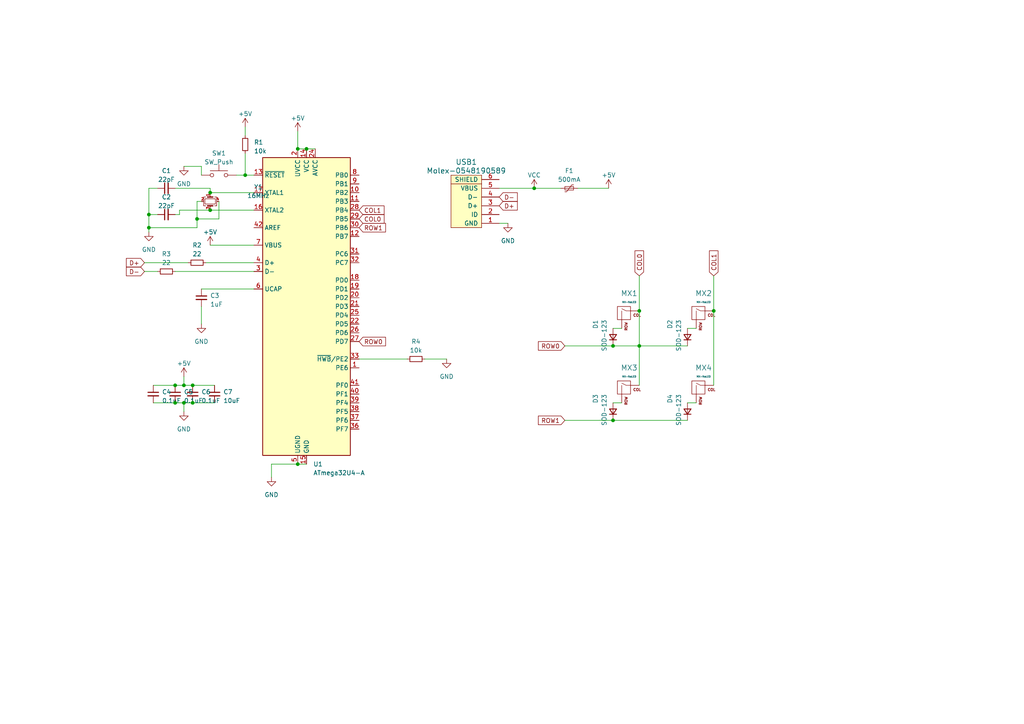
<source format=kicad_sch>
(kicad_sch (version 20230121) (generator eeschema)
  (paper "A4")
  (lib_symbols
    (symbol "Device:C_Small" (pin_numbers hide) (pin_names (offset 0.254) hide)
      (property "Reference" "C" (at 0.254 1.778 0))
      (property "Value" "C_Small" (at 0.254 -2.032 0))
      (symbol "C_Small_0_1"
        (polyline (pts (xy -1.524 -0.508) (xy 1.524 -0.508)) (stroke (width 0.3302)))
        (polyline (pts (xy -1.524 0.508) (xy 1.524 0.508)) (stroke (width 0.3048)))
      )
      (symbol "C_Small_1_1"
        (pin passive line (at 0 2.54 270) (length 2.032) (name "~") (number "1"))
        (pin passive line (at 0 -2.54 90) (length 2.032) (name "~") (number "2"))
      )
    )
    (symbol "Device:Crystal_GND24_Small" (pin_names (offset 1.016) hide)
      (property "Reference" "Y" (at 1.27 4.445 0))
      (property "Value" "Crystal_GND24_Small" (at 1.27 2.54 0))
      (symbol "Crystal_GND24_Small_0_1"
        (rectangle (start -0.762 -1.524) (end 0.762 1.524))
        (polyline (pts (xy -1.27 -0.762) (xy -1.27 0.762)) (stroke (width 0.381)))
        (polyline (pts (xy 1.27 -0.762) (xy 1.27 0.762)) (stroke (width 0.381)))
        (polyline (pts (xy -1.27 -1.27) (xy -1.27 -1.905) (xy 1.27 -1.905) (xy 1.27 -1.27)))
        (polyline (pts (xy -1.27 1.27) (xy -1.27 1.905) (xy 1.27 1.905) (xy 1.27 1.27)))
      )
      (symbol "Crystal_GND24_Small_1_1"
        (pin passive line (at -2.54 0 0) (length 1.27) (name "1") (number "1"))
        (pin passive line (at 0 -2.54 90) (length 0.635) (name "2") (number "2"))
        (pin passive line (at 2.54 0 180) (length 1.27) (name "3") (number "3"))
        (pin passive line (at 0 2.54 270) (length 0.635) (name "4") (number "4"))
      )
    )
    (symbol "Device:D_Small" (pin_numbers hide) (pin_names (offset 0.254) hide)
      (property "Reference" "D" (at -1.27 2.032 0))
      (property "Value" "D_Small" (at -3.81 -2.032 0))
      (symbol "D_Small_0_1"
        (polyline (pts (xy -0.762 -1.016) (xy -0.762 1.016)) (stroke (width 0.254)))
        (polyline (pts (xy -0.762 0) (xy 0.762 0)))
        (polyline (pts (xy 0.762 -1.016) (xy -0.762 0) (xy 0.762 1.016) (xy 0.762 -1.016)) (stroke (width 0.254)))
      )
      (symbol "D_Small_1_1"
        (pin passive line (at -2.54 0 0) (length 1.778) (name "K") (number "1"))
        (pin passive line (at 2.54 0 180) (length 1.778) (name "A") (number "2"))
      )
    )
    (symbol "Device:Polyfuse_Small" (pin_numbers hide) (pin_names (offset 0))
      (property "Reference" "F" (at -1.905 0 90))
      (property "Value" "Polyfuse_Small" (at 1.905 0 90))
      (symbol "Polyfuse_Small_0_1"
        (rectangle (start -0.508 1.27) (end 0.508 -1.27))
        (polyline (pts (xy 0 2.54) (xy 0 -2.54)))
        (polyline (pts (xy -1.016 1.27) (xy -1.016 0.762) (xy 1.016 -0.762) (xy 1.016 -1.27)))
      )
      (symbol "Polyfuse_Small_1_1"
        (pin passive line (at 0 2.54 270) (length 0.635) (name "~") (number "1"))
        (pin passive line (at 0 -2.54 90) (length 0.635) (name "~") (number "2"))
      )
    )
    (symbol "Device:R_Small" (pin_numbers hide) (pin_names (offset 0.254) hide)
      (property "Reference" "R" (at 0.762 0.508 0))
      (property "Value" "R_Small" (at 0.762 -1.016 0))
      (symbol "R_Small_0_1"
        (rectangle (start -0.762 1.778) (end 0.762 -1.778) (stroke (width 0.2032)))
      )
      (symbol "R_Small_1_1"
        (pin passive line (at 0 2.54 270) (length 0.762) (name "~") (number "1"))
        (pin passive line (at 0 -2.54 90) (length 0.762) (name "~") (number "2"))
      )
    )
    (symbol "MCU_Microchip_ATmega:ATmega32U4-A"
      (property "Reference" "U" (at -12.7 44.45 0))
      (property "Value" "ATmega32U4-A" (at 2.54 -44.45 0))
      (symbol "ATmega32U4-A_0_1"
        (rectangle (start -12.7 -43.18) (end 12.7 43.18) (stroke (width 0.254)) (fill (type background)))
      )
      (symbol "ATmega32U4-A_1_1"
        (pin bidirectional line (at 15.24 -17.78 180) (length 2.54) (name "PE6") (number "1"))
        (pin bidirectional line (at 15.24 33.02 180) (length 2.54) (name "PB2") (number "10"))
        (pin bidirectional line (at 15.24 30.48 180) (length 2.54) (name "PB3") (number "11"))
        (pin bidirectional line (at 15.24 20.32 180) (length 2.54) (name "PB7") (number "12"))
        (pin input line (at -15.24 38.1 0) (length 2.54) (name "~{RESET}") (number "13"))
        (pin power_in line (at 0 45.72 270) (length 2.54) (name "VCC") (number "14"))
        (pin power_in line (at 0 -45.72 90) (length 2.54) (name "GND") (number "15"))
        (pin output line (at -15.24 27.94 0) (length 2.54) (name "XTAL2") (number "16"))
        (pin input line (at -15.24 33.02 0) (length 2.54) (name "XTAL1") (number "17"))
        (pin bidirectional line (at 15.24 7.62 180) (length 2.54) (name "PD0") (number "18"))
        (pin bidirectional line (at 15.24 5.08 180) (length 2.54) (name "PD1") (number "19"))
        (pin power_in line (at -2.54 45.72 270) (length 2.54) (name "UVCC") (number "2"))
        (pin bidirectional line (at 15.24 2.54 180) (length 2.54) (name "PD2") (number "20"))
        (pin bidirectional line (at 15.24 0 180) (length 2.54) (name "PD3") (number "21"))
        (pin bidirectional line (at 15.24 -5.08 180) (length 2.54) (name "PD5") (number "22"))
        (pin passive line (at 0 -45.72 90) (length 2.54) hide (name "GND") (number "23"))
        (pin power_in line (at 2.54 45.72 270) (length 2.54) (name "AVCC") (number "24"))
        (pin bidirectional line (at 15.24 -2.54 180) (length 2.54) (name "PD4") (number "25"))
        (pin bidirectional line (at 15.24 -7.62 180) (length 2.54) (name "PD6") (number "26"))
        (pin bidirectional line (at 15.24 -10.16 180) (length 2.54) (name "PD7") (number "27"))
        (pin bidirectional line (at 15.24 27.94 180) (length 2.54) (name "PB4") (number "28"))
        (pin bidirectional line (at 15.24 25.4 180) (length 2.54) (name "PB5") (number "29"))
        (pin bidirectional line (at -15.24 10.16 0) (length 2.54) (name "D-") (number "3"))
        (pin bidirectional line (at 15.24 22.86 180) (length 2.54) (name "PB6") (number "30"))
        (pin bidirectional line (at 15.24 15.24 180) (length 2.54) (name "PC6") (number "31"))
        (pin bidirectional line (at 15.24 12.7 180) (length 2.54) (name "PC7") (number "32"))
        (pin bidirectional line (at 15.24 -15.24 180) (length 2.54) (name "~{HWB}/PE2") (number "33"))
        (pin passive line (at 0 45.72 270) (length 2.54) hide (name "VCC") (number "34"))
        (pin passive line (at 0 -45.72 90) (length 2.54) hide (name "GND") (number "35"))
        (pin bidirectional line (at 15.24 -35.56 180) (length 2.54) (name "PF7") (number "36"))
        (pin bidirectional line (at 15.24 -33.02 180) (length 2.54) (name "PF6") (number "37"))
        (pin bidirectional line (at 15.24 -30.48 180) (length 2.54) (name "PF5") (number "38"))
        (pin bidirectional line (at 15.24 -27.94 180) (length 2.54) (name "PF4") (number "39"))
        (pin bidirectional line (at -15.24 12.7 0) (length 2.54) (name "D+") (number "4"))
        (pin bidirectional line (at 15.24 -25.4 180) (length 2.54) (name "PF1") (number "40"))
        (pin bidirectional line (at 15.24 -22.86 180) (length 2.54) (name "PF0") (number "41"))
        (pin passive line (at -15.24 22.86 0) (length 2.54) (name "AREF") (number "42"))
        (pin passive line (at 0 -45.72 90) (length 2.54) hide (name "GND") (number "43"))
        (pin passive line (at 2.54 45.72 270) (length 2.54) hide (name "AVCC") (number "44"))
        (pin passive line (at -2.54 -45.72 90) (length 2.54) (name "UGND") (number "5"))
        (pin passive line (at -15.24 5.08 0) (length 2.54) (name "UCAP") (number "6"))
        (pin input line (at -15.24 17.78 0) (length 2.54) (name "VBUS") (number "7"))
        (pin bidirectional line (at 15.24 38.1 180) (length 2.54) (name "PB0") (number "8"))
        (pin bidirectional line (at 15.24 35.56 180) (length 2.54) (name "PB1") (number "9"))
      )
    )
    (symbol "MX_Alps_Hybrid:MX-NoLED" (pin_names (offset 1.016))
      (property "Reference" "MX" (at -0.635 3.81 0))
      (property "Value" "MX-NoLED" (at -0.635 1.27 0))
      (symbol "MX-NoLED_0_0"
        (rectangle (start -2.54 2.54) (end 1.27 -1.27))
        (polyline (pts (xy -1.27 -1.27) (xy -1.27 1.27)) (stroke (width 0.127)))
        (polyline (pts (xy 1.27 1.27) (xy 0 1.27) (xy -1.27 1.905)) (stroke (width 0.127)))
        (text "COL" (at 3.175 0 0) (effects (font (size 0.762 0.762))))
        (text "ROW" (at 0 -1.905 900) (effects (font (size 0.762 0.762)) (justify right)))
      )
      (symbol "MX-NoLED_1_1"
        (pin passive line (at 3.81 1.27 180) (length 2.54) (name "COL") (number "1"))
        (pin passive line (at -1.27 -3.81 90) (length 2.54) (name "ROW") (number "2"))
      )
    )
    (symbol "Switch:SW_Push" (pin_numbers hide) (pin_names (offset 1.016) hide)
      (property "Reference" "SW" (at 1.27 2.54 0))
      (property "Value" "SW_Push" (at 0 -1.524 0))
      (symbol "SW_Push_0_1"
        (circle (center -2.032 0) (radius 0.508))
        (polyline (pts (xy 0 1.27) (xy 0 3.048)))
        (polyline (pts (xy 2.54 1.27) (xy -2.54 1.27)))
        (circle (center 2.032 0) (radius 0.508))
        (pin passive line (at -5.08 0 0) (length 2.54) (name "1") (number "1"))
        (pin passive line (at 5.08 0 180) (length 2.54) (name "2") (number "2"))
      )
    )
    (symbol "power:+5V" (power) (pin_names (offset 0))
      (property "Value" "+5V" (at 0 3.556 0))
      (symbol "+5V_0_1"
        (polyline (pts (xy -0.762 1.27) (xy 0 2.54)))
        (polyline (pts (xy 0 0) (xy 0 2.54)))
        (polyline (pts (xy 0 2.54) (xy 0.762 1.27)))
      )
      (symbol "+5V_1_1"
        (pin power_in line (at 0 0 90) (length 0) hide (name "+5V") (number "1"))
      )
    )
    (symbol "power:GND" (power) (pin_names (offset 0))
      (property "Value" "GND" (at 0 -3.81 0))
      (symbol "GND_0_1"
        (polyline (pts (xy 0 0) (xy 0 -1.27) (xy 1.27 -1.27) (xy 0 -2.54) (xy -1.27 -1.27) (xy 0 -1.27)))
      )
      (symbol "GND_1_1"
        (pin power_in line (at 0 0 270) (length 0) hide (name "GND") (number "1"))
      )
    )
    (symbol "power:VCC" (power) (pin_names (offset 0))
      (property "Value" "VCC" (at 0 3.81 0))
      (symbol "VCC_0_1"
        (polyline (pts (xy -0.762 1.27) (xy 0 2.54)))
        (polyline (pts (xy 0 0) (xy 0 2.54)))
        (polyline (pts (xy 0 2.54) (xy 0.762 1.27)))
      )
      (symbol "VCC_1_1"
        (pin power_in line (at 0 0 90) (length 0) hide (name "VCC") (number "1"))
      )
    )
    (symbol "random-keyboard-parts:Molex-0548190589" (pin_names (offset 1.016))
      (property "Reference" "USB" (at 0 7.62 0))
      (property "Value" "Molex-0548190589" (at 0 10.16 0))
      (symbol "Molex-0548190589_0_0"
        (polyline (pts (xy 6.35 -2.54) (xy 6.35 6.35)))
        (rectangle (start 8.89 -2.54) (end -6.35 6.35) (fill (type background)))
      )
      (symbol "Molex-0548190589_1_1"
        (pin input line (at -5.08 -7.62 90) (length 5.08) (name "GND") (number "1"))
        (pin input line (at -2.54 -7.62 90) (length 5.08) (name "ID") (number "2"))
        (pin input line (at 0 -7.62 90) (length 5.08) (name "D+") (number "3"))
        (pin input line (at 2.54 -7.62 90) (length 5.08) (name "D-") (number "4"))
        (pin input line (at 5.08 -7.62 90) (length 5.08) (name "VBUS") (number "5"))
        (pin input line (at 7.62 -7.62 90) (length 5.08) (name "SHIELD") (number "6"))
      )
    )
  )
  (junction (at 43.18 62.23))
  (junction (at 43.18 66.04))
  (junction (at 60.96 60.96))
  (junction (at 50.8 116.84))
  (junction (at 55.88 116.84))
  (junction (at 177.8 100.33))
  (junction (at 185.42 90.17))
  (junction (at 55.88 111.76))
  (junction (at 185.42 100.33))
  (junction (at 207.01 90.17))
  (junction (at 88.9 43.18))
  (junction (at 71.12 50.8))
  (junction (at 60.96 55.88))
  (junction (at 53.34 111.76))
  (junction (at 86.36 134.62))
  (junction (at 57.15 63.5))
  (junction (at 177.8 121.92))
  (junction (at 53.34 116.84))
  (junction (at 154.94 54.61))
  (junction (at 50.8 111.76))
  (junction (at 86.36 43.18))
  (wire (pts (xy 43.18 66.04) (xy 43.18 67.31)))
  (wire (pts (xy 86.36 134.62) (xy 88.9 134.62)))
  (wire (pts (xy 53.34 116.84) (xy 55.88 116.84)))
  (wire (pts (xy 58.42 88.9) (xy 58.42 93.98)))
  (wire (pts (xy 44.45 111.76) (xy 50.8 111.76)))
  (wire (pts (xy 177.8 116.84) (xy 180.34 116.84)))
  (wire (pts (xy 52.07 60.96) (xy 60.96 60.96)))
  (wire (pts (xy 86.36 43.18) (xy 88.9 43.18)))
  (wire (pts (xy 55.88 116.84) (xy 62.23 116.84)))
  (wire (pts (xy 58.42 48.26) (xy 53.34 48.26)))
  (wire (pts (xy 43.18 62.23) (xy 43.18 66.04)))
  (wire (pts (xy 163.83 121.92) (xy 177.8 121.92)))
  (wire (pts (xy 199.39 116.84) (xy 201.93 116.84)))
  (wire (pts (xy 207.01 90.17) (xy 207.01 111.76)))
  (wire (pts (xy 43.18 62.23) (xy 45.72 62.23)))
  (wire (pts (xy 60.96 60.96) (xy 73.66 60.96)))
  (wire (pts (xy 144.78 64.77) (xy 147.32 64.77)))
  (wire (pts (xy 50.8 78.74) (xy 73.66 78.74)))
  (wire (pts (xy 63.5 58.42) (xy 63.5 63.5)))
  (wire (pts (xy 58.42 58.42) (xy 57.15 58.42)))
  (wire (pts (xy 58.42 83.82) (xy 73.66 83.82)))
  (wire (pts (xy 50.8 116.84) (xy 53.34 116.84)))
  (wire (pts (xy 41.91 78.74) (xy 45.72 78.74)))
  (wire (pts (xy 60.96 54.61) (xy 60.96 55.88)))
  (wire (pts (xy 50.8 54.61) (xy 60.96 54.61)))
  (wire (pts (xy 59.69 76.2) (xy 73.66 76.2)))
  (wire (pts (xy 177.8 100.33) (xy 185.42 100.33)))
  (wire (pts (xy 43.18 54.61) (xy 43.18 62.23)))
  (wire (pts (xy 41.91 76.2) (xy 54.61 76.2)))
  (wire (pts (xy 60.96 71.12) (xy 73.66 71.12)))
  (wire (pts (xy 71.12 50.8) (xy 73.66 50.8)))
  (wire (pts (xy 163.83 100.33) (xy 177.8 100.33)))
  (wire (pts (xy 154.94 54.61) (xy 162.56 54.61)))
  (wire (pts (xy 53.34 116.84) (xy 53.34 119.38)))
  (wire (pts (xy 185.42 90.17) (xy 185.42 100.33)))
  (wire (pts (xy 144.78 54.61) (xy 154.94 54.61)))
  (wire (pts (xy 43.18 66.04) (xy 57.15 66.04)))
  (wire (pts (xy 199.39 95.25) (xy 201.93 95.25)))
  (wire (pts (xy 185.42 100.33) (xy 199.39 100.33)))
  (wire (pts (xy 55.88 111.76) (xy 62.23 111.76)))
  (wire (pts (xy 68.58 50.8) (xy 71.12 50.8)))
  (wire (pts (xy 57.15 58.42) (xy 57.15 63.5)))
  (wire (pts (xy 185.42 100.33) (xy 185.42 111.76)))
  (wire (pts (xy 78.74 134.62) (xy 86.36 134.62)))
  (wire (pts (xy 123.19 104.14) (xy 129.54 104.14)))
  (wire (pts (xy 104.14 104.14) (xy 118.11 104.14)))
  (wire (pts (xy 52.07 62.23) (xy 52.07 60.96)))
  (wire (pts (xy 57.15 63.5) (xy 63.5 63.5)))
  (wire (pts (xy 57.15 63.5) (xy 57.15 66.04)))
  (wire (pts (xy 167.64 54.61) (xy 176.53 54.61)))
  (wire (pts (xy 86.36 38.1) (xy 86.36 43.18)))
  (wire (pts (xy 177.8 95.25) (xy 180.34 95.25)))
  (wire (pts (xy 71.12 44.45) (xy 71.12 50.8)))
  (wire (pts (xy 207.01 80.01) (xy 207.01 90.17)))
  (wire (pts (xy 45.72 54.61) (xy 43.18 54.61)))
  (wire (pts (xy 58.42 50.8) (xy 58.42 48.26)))
  (wire (pts (xy 53.34 109.22) (xy 53.34 111.76)))
  (wire (pts (xy 44.45 116.84) (xy 50.8 116.84)))
  (wire (pts (xy 78.74 134.62) (xy 78.74 138.43)))
  (wire (pts (xy 50.8 62.23) (xy 52.07 62.23)))
  (wire (pts (xy 50.8 111.76) (xy 53.34 111.76)))
  (wire (pts (xy 88.9 43.18) (xy 91.44 43.18)))
  (wire (pts (xy 185.42 80.01) (xy 185.42 90.17)))
  (wire (pts (xy 177.8 121.92) (xy 199.39 121.92)))
  (wire (pts (xy 71.12 36.83) (xy 71.12 39.37)))
  (wire (pts (xy 60.96 55.88) (xy 73.66 55.88)))
  (wire (pts (xy 53.34 111.76) (xy 55.88 111.76)))
  (global_label "ROW1" (shape input) (at 104.14 66.04 0) (property "Intersheetrefs" "${INTERSHEET_REFS}" (effects hide)))
  (global_label "COL0" (shape input) (at 185.42 80.01 90) (property "Intersheetrefs" "${INTERSHEET_REFS}" (effects hide)))
  (global_label "ROW0" (shape input) (at 163.83 100.33 180) (property "Intersheetrefs" "${INTERSHEET_REFS}" (effects hide)))
  (global_label "ROW0" (shape input) (at 104.14 99.06 0) (property "Intersheetrefs" "${INTERSHEET_REFS}" (effects hide)))
  (global_label "D+" (shape input) (at 144.78 59.69 0) (property "Intersheetrefs" "${INTERSHEET_REFS}" (effects hide)))
  (global_label "ROW1" (shape input) (at 163.83 121.92 180) (property "Intersheetrefs" "${INTERSHEET_REFS}" (effects hide)))
  (global_label "COL1" (shape input) (at 207.01 80.01 90) (property "Intersheetrefs" "${INTERSHEET_REFS}" (effects hide)))
  (global_label "COL0" (shape input) (at 104.14 63.5 0) (property "Intersheetrefs" "${INTERSHEET_REFS}" (effects hide)))
  (global_label "D+" (shape input) (at 41.91 76.2 180) (property "Intersheetrefs" "${INTERSHEET_REFS}" (effects hide)))
  (global_label "COL1" (shape input) (at 104.14 60.96 0) (property "Intersheetrefs" "${INTERSHEET_REFS}" (effects hide)))
  (global_label "D-" (shape input) (at 41.91 78.74 180) (property "Intersheetrefs" "${INTERSHEET_REFS}" (effects hide)))
  (global_label "D-" (shape input) (at 144.78 57.15 0) (property "Intersheetrefs" "${INTERSHEET_REFS}" (effects hide)))
  (symbol (lib_id "MX_Alps_Hybrid:MX-NoLED") (at 203.2 113.03 0) (unit 1)
    (property "Reference" "MX4" (at 204.0832 106.68 0) (effects (font (size 1.524 1.524))))
    (property "Value" "MX-NoLED" (at 204.0832 109.22 0) (effects (font (size 0.508 0.508))))
    (property "Footprint" "MX_Alps_Hybrid:MX-1U-NoLED" (effects hide))
  )
  (symbol (lib_id "power:+5V") (at 71.12 36.83 0) (unit 1)
    (property "Reference" "#PWR010" (effects hide))
    (property "Value" "+5V" (at 71.12 33.02 0))
  )
  (symbol (lib_id "Device:R_Small") (at 71.12 41.91 0) (unit 1)
    (property "Reference" "R1" (at 73.66 41.275 0) (effects (justify left)))
    (property "Value" "10k" (at 73.66 43.815 0) (effects (justify left)))
    (property "Footprint" "Resistor_SMD:R_0805_2012Metric" (effects hide))
  )
  (symbol (lib_id "power:GND") (at 147.32 64.77 0) (unit 1)
    (property "Reference" "#PWR013" (effects hide))
    (property "Value" "GND" (at 147.32 69.85 0))
  )
  (symbol (lib_id "Device:Crystal_GND24_Small") (at 60.96 58.42 270) (unit 1)
    (property "Reference" "Y1" (at 74.93 54.2289 90))
    (property "Value" "16MHz" (at 74.93 56.7689 90))
    (property "Footprint" "Crystal:Crystal_SMD_3225-4Pin_3.2x2.5mm" (effects hide))
  )
  (symbol (lib_id "MX_Alps_Hybrid:MX-NoLED") (at 203.2 91.44 0) (unit 1)
    (property "Reference" "MX2" (at 204.0832 85.09 0) (effects (font (size 1.524 1.524))))
    (property "Value" "MX-NoLED" (at 204.0832 87.63 0) (effects (font (size 0.508 0.508))))
    (property "Footprint" "MX_Alps_Hybrid:MX-1U-NoLED" (effects hide))
  )
  (symbol (lib_id "MX_Alps_Hybrid:MX-NoLED") (at 181.61 91.44 0) (unit 1)
    (property "Reference" "MX1" (at 182.4932 85.09 0) (effects (font (size 1.524 1.524))))
    (property "Value" "MX-NoLED" (at 182.4932 87.63 0) (effects (font (size 0.508 0.508))))
    (property "Footprint" "MX_Alps_Hybrid:MX-1U-NoLED" (effects hide))
  )
  (symbol (lib_id "power:GND") (at 129.54 104.14 0) (unit 1)
    (property "Reference" "#PWR03" (effects hide))
    (property "Value" "GND" (at 129.54 109.22 0))
  )
  (symbol (lib_id "MX_Alps_Hybrid:MX-NoLED") (at 181.61 113.03 0) (unit 1)
    (property "Reference" "MX3" (at 182.4932 106.68 0) (effects (font (size 1.524 1.524))))
    (property "Value" "MX-NoLED" (at 182.4932 109.22 0) (effects (font (size 0.508 0.508))))
    (property "Footprint" "MX_Alps_Hybrid:MX-1U-NoLED" (effects hide))
  )
  (symbol (lib_id "power:GND") (at 78.74 138.43 0) (unit 1)
    (property "Reference" "#PWR02" (effects hide))
    (property "Value" "GND" (at 78.74 143.51 0))
  )
  (symbol (lib_id "Device:D_Small") (at 177.8 119.38 90) (unit 1)
    (property "Reference" "D3" (at 172.72 114.3 0) (effects (justify right)))
    (property "Value" "SOD-123" (at 175.26 114.3 0) (effects (justify right)))
    (property "Footprint" "Diode_SMD:D_0805_2012Metric" (effects hide))
    (property "Sim.Device" "D" (effects hide))
    (property "Sim.Pins" "1=K 2=A" (effects hide))
  )
  (symbol (lib_id "Device:Polyfuse_Small") (at 165.1 54.61 90) (unit 1)
    (property "Reference" "F1" (at 165.1 49.53 90))
    (property "Value" "500mA" (at 165.1 52.07 90))
    (property "Footprint" "Fuse:Fuse_1206_3216Metric" (effects hide))
  )
  (symbol (lib_id "Switch:SW_Push") (at 63.5 50.8 0) (unit 1)
    (property "Reference" "SW1" (at 63.5 44.45 0))
    (property "Value" "SW_Push" (at 63.5 46.99 0))
    (property "Footprint" "random-keyboard-parts:SKQG-1155865" (effects hide))
  )
  (symbol (lib_id "Device:D_Small") (at 177.8 97.79 90) (unit 1)
    (property "Reference" "D1" (at 172.72 92.71 0) (effects (justify right)))
    (property "Value" "SOD-123" (at 175.26 92.71 0) (effects (justify right)))
    (property "Footprint" "Diode_SMD:D_0805_2012Metric" (effects hide))
    (property "Sim.Device" "D" (effects hide))
    (property "Sim.Pins" "1=K 2=A" (effects hide))
  )
  (symbol (lib_id "random-keyboard-parts:Molex-0548190589") (at 137.16 59.69 90) (unit 1)
    (property "Reference" "USB1" (at 135.255 46.99 90) (effects (font (size 1.524 1.524))))
    (property "Value" "Molex-0548190589" (at 135.255 49.53 90) (effects (font (size 1.524 1.524))))
    (property "Footprint" "random-keyboard-parts:Molex-0548190589" (effects hide))
  )
  (symbol (lib_id "MCU_Microchip_ATmega:ATmega32U4-A") (at 88.9 88.9 0) (unit 1)
    (property "Reference" "U1" (at 90.8559 134.62 0) (effects (justify left)))
    (property "Value" "ATmega32U4-A" (at 90.8559 137.16 0) (effects (justify left)))
    (property "Footprint" "Package_QFP:TQFP-44_10x10mm_P0.8mm" (effects hide))
    (property "Datasheet" "http://ww1.microchip.com/downloads/en/DeviceDoc/Atmel-7766-8-bit-AVR-ATmega16U4-32U4_Datasheet.pdf" (effects hide))
  )
  (symbol (lib_id "power:+5V") (at 176.53 54.61 0) (unit 1)
    (property "Reference" "#PWR012" (effects hide))
    (property "Value" "+5V" (at 176.53 50.8 0))
  )
  (symbol (lib_id "power:GND") (at 43.18 67.31 0) (unit 1)
    (property "Reference" "#PWR08" (effects hide))
    (property "Value" "GND" (at 43.18 72.39 0))
  )
  (symbol (lib_id "Device:D_Small") (at 199.39 97.79 90) (unit 1)
    (property "Reference" "D2" (at 194.31 92.71 0) (effects (justify right)))
    (property "Value" "SOD-123" (at 196.85 92.71 0) (effects (justify right)))
    (property "Footprint" "Diode_SMD:D_0805_2012Metric" (effects hide))
    (property "Sim.Device" "D" (effects hide))
    (property "Sim.Pins" "1=K 2=A" (effects hide))
  )
  (symbol (lib_id "power:GND") (at 53.34 48.26 0) (unit 1)
    (property "Reference" "#PWR09" (effects hide))
    (property "Value" "GND" (at 53.34 53.34 0))
  )
  (symbol (lib_id "power:GND") (at 58.42 93.98 0) (unit 1)
    (property "Reference" "#PWR04" (effects hide))
    (property "Value" "GND" (at 58.42 99.06 0))
  )
  (symbol (lib_id "Device:C_Small") (at 48.26 62.23 90) (unit 1)
    (property "Reference" "C2" (at 48.2663 57.15 90))
    (property "Value" "22pF" (at 48.2663 59.69 90))
    (property "Footprint" "Capacitor_SMD:C_0805_2012Metric" (effects hide))
  )
  (symbol (lib_id "Device:C_Small") (at 48.26 54.61 90) (unit 1)
    (property "Reference" "C1" (at 48.2663 49.53 90))
    (property "Value" "22pF" (at 48.2663 52.07 90))
    (property "Footprint" "Capacitor_SMD:C_0805_2012Metric" (effects hide))
  )
  (symbol (lib_id "Device:C_Small") (at 62.23 114.3 0) (unit 1)
    (property "Reference" "C7" (at 64.77 113.6713 0) (effects (justify left)))
    (property "Value" "10uF" (at 64.77 116.2113 0) (effects (justify left)))
    (property "Footprint" "Capacitor_SMD:C_0805_2012Metric" (effects hide))
  )
  (symbol (lib_id "power:+5V") (at 86.36 38.1 0) (unit 1)
    (property "Reference" "#PWR01" (effects hide))
    (property "Value" "+5V" (at 86.36 34.29 0))
  )
  (symbol (lib_id "Device:C_Small") (at 44.45 114.3 0) (unit 1)
    (property "Reference" "C4" (at 46.99 113.6713 0) (effects (justify left)))
    (property "Value" "0.1uF" (at 46.99 116.2113 0) (effects (justify left)))
    (property "Footprint" "Capacitor_SMD:C_0805_2012Metric" (effects hide))
  )
  (symbol (lib_id "Device:C_Small") (at 55.88 114.3 0) (unit 1)
    (property "Reference" "C6" (at 58.42 113.6713 0) (effects (justify left)))
    (property "Value" "0.1uF" (at 58.42 116.2113 0) (effects (justify left)))
    (property "Footprint" "Capacitor_SMD:C_0805_2012Metric" (effects hide))
  )
  (symbol (lib_id "Device:R_Small") (at 120.65 104.14 90) (unit 1)
    (property "Reference" "R4" (at 120.65 99.06 90))
    (property "Value" "10k" (at 120.65 101.6 90))
    (property "Footprint" "Resistor_SMD:R_0805_2012Metric" (effects hide))
  )
  (symbol (lib_id "power:GND") (at 53.34 119.38 0) (unit 1)
    (property "Reference" "#PWR05" (effects hide))
    (property "Value" "GND" (at 53.34 124.46 0))
  )
  (symbol (lib_id "Device:C_Small") (at 58.42 86.36 0) (unit 1)
    (property "Reference" "C3" (at 60.96 85.7313 0) (effects (justify left)))
    (property "Value" "1uF" (at 60.96 88.2713 0) (effects (justify left)))
    (property "Footprint" "Capacitor_SMD:C_0805_2012Metric" (effects hide))
  )
  (symbol (lib_id "power:+5V") (at 53.34 109.22 0) (unit 1)
    (property "Reference" "#PWR06" (effects hide))
    (property "Value" "+5V" (at 53.34 105.41 0))
  )
  (symbol (lib_id "Device:C_Small") (at 50.8 114.3 0) (unit 1)
    (property "Reference" "C5" (at 53.34 113.6713 0) (effects (justify left)))
    (property "Value" "0.1uF" (at 53.34 116.2113 0) (effects (justify left)))
    (property "Footprint" "Capacitor_SMD:C_0805_2012Metric" (effects hide))
  )
  (symbol (lib_id "Device:R_Small") (at 57.15 76.2 90) (unit 1)
    (property "Reference" "R2" (at 57.15 71.12 90))
    (property "Value" "22" (at 57.15 73.66 90))
    (property "Footprint" "Resistor_SMD:R_0805_2012Metric" (effects hide))
  )
  (symbol (lib_id "power:VCC") (at 154.94 54.61 0) (unit 1)
    (property "Reference" "#PWR011" (effects hide))
    (property "Value" "VCC" (at 154.94 50.8 0))
  )
  (symbol (lib_id "power:+5V") (at 60.96 71.12 0) (unit 1)
    (property "Reference" "#PWR07" (effects hide))
    (property "Value" "+5V" (at 60.96 67.31 0))
  )
  (symbol (lib_id "Device:R_Small") (at 48.26 78.74 90) (unit 1)
    (property "Reference" "R3" (at 48.26 73.66 90))
    (property "Value" "22" (at 48.26 76.2 90))
    (property "Footprint" "Resistor_SMD:R_0805_2012Metric" (effects hide))
  )
  (symbol (lib_id "Device:D_Small") (at 199.39 119.38 90) (unit 1)
    (property "Reference" "D4" (at 194.31 114.3 0) (effects (justify right)))
    (property "Value" "SOD-123" (at 196.85 114.3 0) (effects (justify right)))
    (property "Footprint" "Diode_SMD:D_0805_2012Metric" (effects hide))
    (property "Sim.Device" "D" (effects hide))
    (property "Sim.Pins" "1=K 2=A" (effects hide))
  )
)
</source>
